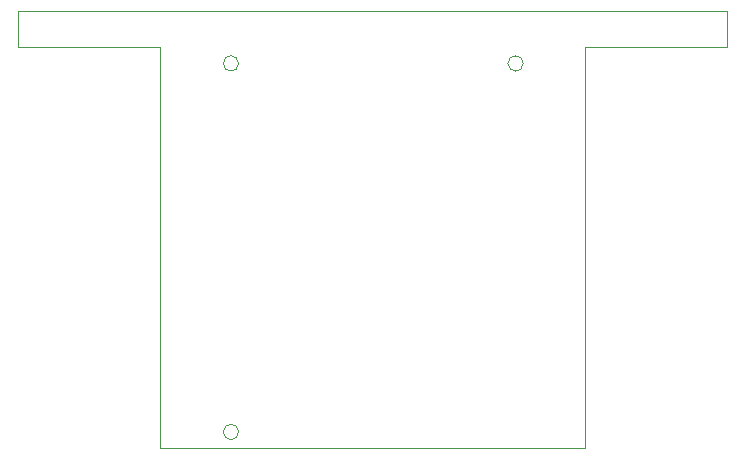
<source format=gm1>
G04 #@! TF.GenerationSoftware,KiCad,Pcbnew,8.0.0*
G04 #@! TF.CreationDate,2024-03-19T21:42:45+08:00*
G04 #@! TF.ProjectId,revopod1,7265766f-706f-4643-912e-6b696361645f,rev?*
G04 #@! TF.SameCoordinates,Original*
G04 #@! TF.FileFunction,Profile,NP*
%FSLAX46Y46*%
G04 Gerber Fmt 4.6, Leading zero omitted, Abs format (unit mm)*
G04 Created by KiCad (PCBNEW 8.0.0) date 2024-03-19 21:42:45*
%MOMM*%
%LPD*%
G01*
G04 APERTURE LIST*
G04 #@! TA.AperFunction,Profile*
%ADD10C,0.100000*%
G04 #@! TD*
G04 APERTURE END LIST*
D10*
X88000000Y-101000000D02*
X100000000Y-101000000D01*
X88000000Y-100000000D02*
X88000000Y-101000000D01*
X100000000Y-101000000D02*
X100000000Y-135000000D01*
X106650000Y-133600000D02*
G75*
G02*
X105350000Y-133600000I-650000J0D01*
G01*
X105350000Y-133600000D02*
G75*
G02*
X106650000Y-133600000I650000J0D01*
G01*
X148000000Y-100000000D02*
X148000000Y-101000000D01*
X136000000Y-101000000D02*
X148000000Y-101000000D01*
X148000000Y-100000000D02*
X148000000Y-98000000D01*
X130750000Y-102400000D02*
G75*
G02*
X129450000Y-102400000I-650000J0D01*
G01*
X129450000Y-102400000D02*
G75*
G02*
X130750000Y-102400000I650000J0D01*
G01*
X88000000Y-98000000D02*
X88000000Y-100000000D01*
X106650000Y-102400000D02*
G75*
G02*
X105350000Y-102400000I-650000J0D01*
G01*
X105350000Y-102400000D02*
G75*
G02*
X106650000Y-102400000I650000J0D01*
G01*
X136000000Y-101000000D02*
X136000000Y-135000000D01*
X136000000Y-135000000D02*
X100000000Y-135000000D01*
X148000000Y-98000000D02*
X88000000Y-98000000D01*
M02*

</source>
